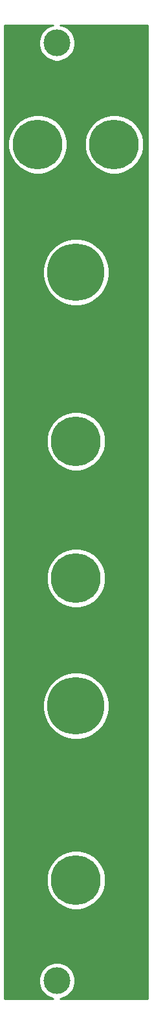
<source format=gbr>
%TF.GenerationSoftware,KiCad,Pcbnew,(5.1.6-0-10_14)*%
%TF.CreationDate,2020-12-13T12:36:11-06:00*%
%TF.ProjectId,auxboxPanel,61757862-6f78-4506-916e-656c2e6b6963,rev?*%
%TF.SameCoordinates,Original*%
%TF.FileFunction,Copper,L1,Top*%
%TF.FilePolarity,Positive*%
%FSLAX46Y46*%
G04 Gerber Fmt 4.6, Leading zero omitted, Abs format (unit mm)*
G04 Created by KiCad (PCBNEW (5.1.6-0-10_14)) date 2020-12-13 12:36:11*
%MOMM*%
%LPD*%
G01*
G04 APERTURE LIST*
%TA.AperFunction,ComponentPad*%
%ADD10C,6.500000*%
%TD*%
%TA.AperFunction,ComponentPad*%
%ADD11C,7.500000*%
%TD*%
%TA.AperFunction,ComponentPad*%
%ADD12C,3.500000*%
%TD*%
%TA.AperFunction,NonConductor*%
%ADD13C,0.254000*%
%TD*%
G04 APERTURE END LIST*
D10*
%TO.P,REF\u002A\u002A,*%
%TO.N,*%
X55000000Y-56990000D03*
%TD*%
%TO.P,REF\u002A\u002A,*%
%TO.N,*%
X65000000Y-56990000D03*
%TD*%
D11*
%TO.P,REF\u002A\u002A,*%
%TO.N,*%
X60000000Y-73683899D03*
%TD*%
D10*
%TO.P,REF\u002A\u002A,*%
%TO.N,*%
X60000000Y-95756799D03*
%TD*%
%TO.P,REF\u002A\u002A,*%
%TO.N,*%
X60000000Y-113650698D03*
%TD*%
D11*
%TO.P,REF\u002A\u002A,*%
%TO.N,*%
X60000000Y-130344597D03*
%TD*%
D10*
%TO.P,REF\u002A\u002A,*%
%TO.N,*%
X60000000Y-153088500D03*
%TD*%
D12*
%TO.P,REF\u002A\u002A,*%
%TO.N,*%
X57500000Y-43750000D03*
%TD*%
%TO.P,REF\u002A\u002A,*%
%TO.N,*%
X57500000Y-166250000D03*
%TD*%
D13*
G36*
X56804321Y-41456654D02*
G01*
X56370279Y-41636440D01*
X55979651Y-41897450D01*
X55647450Y-42229651D01*
X55386440Y-42620279D01*
X55206654Y-43054321D01*
X55115000Y-43515098D01*
X55115000Y-43984902D01*
X55206654Y-44445679D01*
X55386440Y-44879721D01*
X55647450Y-45270349D01*
X55979651Y-45602550D01*
X56370279Y-45863560D01*
X56804321Y-46043346D01*
X57265098Y-46135000D01*
X57734902Y-46135000D01*
X58195679Y-46043346D01*
X58629721Y-45863560D01*
X59020349Y-45602550D01*
X59352550Y-45270349D01*
X59613560Y-44879721D01*
X59793346Y-44445679D01*
X59885000Y-43984902D01*
X59885000Y-43515098D01*
X59793346Y-43054321D01*
X59613560Y-42620279D01*
X59352550Y-42229651D01*
X59020349Y-41897450D01*
X58629721Y-41636440D01*
X58195679Y-41456654D01*
X57961133Y-41410000D01*
X69340000Y-41410000D01*
X69340001Y-168590000D01*
X57961133Y-168590000D01*
X58195679Y-168543346D01*
X58629721Y-168363560D01*
X59020349Y-168102550D01*
X59352550Y-167770349D01*
X59613560Y-167379721D01*
X59793346Y-166945679D01*
X59885000Y-166484902D01*
X59885000Y-166015098D01*
X59793346Y-165554321D01*
X59613560Y-165120279D01*
X59352550Y-164729651D01*
X59020349Y-164397450D01*
X58629721Y-164136440D01*
X58195679Y-163956654D01*
X57734902Y-163865000D01*
X57265098Y-163865000D01*
X56804321Y-163956654D01*
X56370279Y-164136440D01*
X55979651Y-164397450D01*
X55647450Y-164729651D01*
X55386440Y-165120279D01*
X55206654Y-165554321D01*
X55115000Y-166015098D01*
X55115000Y-166484902D01*
X55206654Y-166945679D01*
X55386440Y-167379721D01*
X55647450Y-167770349D01*
X55979651Y-168102550D01*
X56370279Y-168363560D01*
X56804321Y-168543346D01*
X57038867Y-168590000D01*
X50660000Y-168590000D01*
X50660000Y-152705861D01*
X56115000Y-152705861D01*
X56115000Y-153471139D01*
X56264298Y-154221713D01*
X56557158Y-154928738D01*
X56982323Y-155565043D01*
X57523457Y-156106177D01*
X58159762Y-156531342D01*
X58866787Y-156824202D01*
X59617361Y-156973500D01*
X60382639Y-156973500D01*
X61133213Y-156824202D01*
X61840238Y-156531342D01*
X62476543Y-156106177D01*
X63017677Y-155565043D01*
X63442842Y-154928738D01*
X63735702Y-154221713D01*
X63885000Y-153471139D01*
X63885000Y-152705861D01*
X63735702Y-151955287D01*
X63442842Y-151248262D01*
X63017677Y-150611957D01*
X62476543Y-150070823D01*
X61840238Y-149645658D01*
X61133213Y-149352798D01*
X60382639Y-149203500D01*
X59617361Y-149203500D01*
X58866787Y-149352798D01*
X58159762Y-149645658D01*
X57523457Y-150070823D01*
X56982323Y-150611957D01*
X56557158Y-151248262D01*
X56264298Y-151955287D01*
X56115000Y-152705861D01*
X50660000Y-152705861D01*
X50660000Y-129912712D01*
X55615000Y-129912712D01*
X55615000Y-130776482D01*
X55783513Y-131623654D01*
X56114064Y-132421673D01*
X56593948Y-133139871D01*
X57204726Y-133750649D01*
X57922924Y-134230533D01*
X58720943Y-134561084D01*
X59568115Y-134729597D01*
X60431885Y-134729597D01*
X61279057Y-134561084D01*
X62077076Y-134230533D01*
X62795274Y-133750649D01*
X63406052Y-133139871D01*
X63885936Y-132421673D01*
X64216487Y-131623654D01*
X64385000Y-130776482D01*
X64385000Y-129912712D01*
X64216487Y-129065540D01*
X63885936Y-128267521D01*
X63406052Y-127549323D01*
X62795274Y-126938545D01*
X62077076Y-126458661D01*
X61279057Y-126128110D01*
X60431885Y-125959597D01*
X59568115Y-125959597D01*
X58720943Y-126128110D01*
X57922924Y-126458661D01*
X57204726Y-126938545D01*
X56593948Y-127549323D01*
X56114064Y-128267521D01*
X55783513Y-129065540D01*
X55615000Y-129912712D01*
X50660000Y-129912712D01*
X50660000Y-113268059D01*
X56115000Y-113268059D01*
X56115000Y-114033337D01*
X56264298Y-114783911D01*
X56557158Y-115490936D01*
X56982323Y-116127241D01*
X57523457Y-116668375D01*
X58159762Y-117093540D01*
X58866787Y-117386400D01*
X59617361Y-117535698D01*
X60382639Y-117535698D01*
X61133213Y-117386400D01*
X61840238Y-117093540D01*
X62476543Y-116668375D01*
X63017677Y-116127241D01*
X63442842Y-115490936D01*
X63735702Y-114783911D01*
X63885000Y-114033337D01*
X63885000Y-113268059D01*
X63735702Y-112517485D01*
X63442842Y-111810460D01*
X63017677Y-111174155D01*
X62476543Y-110633021D01*
X61840238Y-110207856D01*
X61133213Y-109914996D01*
X60382639Y-109765698D01*
X59617361Y-109765698D01*
X58866787Y-109914996D01*
X58159762Y-110207856D01*
X57523457Y-110633021D01*
X56982323Y-111174155D01*
X56557158Y-111810460D01*
X56264298Y-112517485D01*
X56115000Y-113268059D01*
X50660000Y-113268059D01*
X50660000Y-95374160D01*
X56115000Y-95374160D01*
X56115000Y-96139438D01*
X56264298Y-96890012D01*
X56557158Y-97597037D01*
X56982323Y-98233342D01*
X57523457Y-98774476D01*
X58159762Y-99199641D01*
X58866787Y-99492501D01*
X59617361Y-99641799D01*
X60382639Y-99641799D01*
X61133213Y-99492501D01*
X61840238Y-99199641D01*
X62476543Y-98774476D01*
X63017677Y-98233342D01*
X63442842Y-97597037D01*
X63735702Y-96890012D01*
X63885000Y-96139438D01*
X63885000Y-95374160D01*
X63735702Y-94623586D01*
X63442842Y-93916561D01*
X63017677Y-93280256D01*
X62476543Y-92739122D01*
X61840238Y-92313957D01*
X61133213Y-92021097D01*
X60382639Y-91871799D01*
X59617361Y-91871799D01*
X58866787Y-92021097D01*
X58159762Y-92313957D01*
X57523457Y-92739122D01*
X56982323Y-93280256D01*
X56557158Y-93916561D01*
X56264298Y-94623586D01*
X56115000Y-95374160D01*
X50660000Y-95374160D01*
X50660000Y-73252014D01*
X55615000Y-73252014D01*
X55615000Y-74115784D01*
X55783513Y-74962956D01*
X56114064Y-75760975D01*
X56593948Y-76479173D01*
X57204726Y-77089951D01*
X57922924Y-77569835D01*
X58720943Y-77900386D01*
X59568115Y-78068899D01*
X60431885Y-78068899D01*
X61279057Y-77900386D01*
X62077076Y-77569835D01*
X62795274Y-77089951D01*
X63406052Y-76479173D01*
X63885936Y-75760975D01*
X64216487Y-74962956D01*
X64385000Y-74115784D01*
X64385000Y-73252014D01*
X64216487Y-72404842D01*
X63885936Y-71606823D01*
X63406052Y-70888625D01*
X62795274Y-70277847D01*
X62077076Y-69797963D01*
X61279057Y-69467412D01*
X60431885Y-69298899D01*
X59568115Y-69298899D01*
X58720943Y-69467412D01*
X57922924Y-69797963D01*
X57204726Y-70277847D01*
X56593948Y-70888625D01*
X56114064Y-71606823D01*
X55783513Y-72404842D01*
X55615000Y-73252014D01*
X50660000Y-73252014D01*
X50660000Y-56607361D01*
X51115000Y-56607361D01*
X51115000Y-57372639D01*
X51264298Y-58123213D01*
X51557158Y-58830238D01*
X51982323Y-59466543D01*
X52523457Y-60007677D01*
X53159762Y-60432842D01*
X53866787Y-60725702D01*
X54617361Y-60875000D01*
X55382639Y-60875000D01*
X56133213Y-60725702D01*
X56840238Y-60432842D01*
X57476543Y-60007677D01*
X58017677Y-59466543D01*
X58442842Y-58830238D01*
X58735702Y-58123213D01*
X58885000Y-57372639D01*
X58885000Y-56607361D01*
X61115000Y-56607361D01*
X61115000Y-57372639D01*
X61264298Y-58123213D01*
X61557158Y-58830238D01*
X61982323Y-59466543D01*
X62523457Y-60007677D01*
X63159762Y-60432842D01*
X63866787Y-60725702D01*
X64617361Y-60875000D01*
X65382639Y-60875000D01*
X66133213Y-60725702D01*
X66840238Y-60432842D01*
X67476543Y-60007677D01*
X68017677Y-59466543D01*
X68442842Y-58830238D01*
X68735702Y-58123213D01*
X68885000Y-57372639D01*
X68885000Y-56607361D01*
X68735702Y-55856787D01*
X68442842Y-55149762D01*
X68017677Y-54513457D01*
X67476543Y-53972323D01*
X66840238Y-53547158D01*
X66133213Y-53254298D01*
X65382639Y-53105000D01*
X64617361Y-53105000D01*
X63866787Y-53254298D01*
X63159762Y-53547158D01*
X62523457Y-53972323D01*
X61982323Y-54513457D01*
X61557158Y-55149762D01*
X61264298Y-55856787D01*
X61115000Y-56607361D01*
X58885000Y-56607361D01*
X58735702Y-55856787D01*
X58442842Y-55149762D01*
X58017677Y-54513457D01*
X57476543Y-53972323D01*
X56840238Y-53547158D01*
X56133213Y-53254298D01*
X55382639Y-53105000D01*
X54617361Y-53105000D01*
X53866787Y-53254298D01*
X53159762Y-53547158D01*
X52523457Y-53972323D01*
X51982323Y-54513457D01*
X51557158Y-55149762D01*
X51264298Y-55856787D01*
X51115000Y-56607361D01*
X50660000Y-56607361D01*
X50660000Y-41410000D01*
X57038867Y-41410000D01*
X56804321Y-41456654D01*
G37*
X56804321Y-41456654D02*
X56370279Y-41636440D01*
X55979651Y-41897450D01*
X55647450Y-42229651D01*
X55386440Y-42620279D01*
X55206654Y-43054321D01*
X55115000Y-43515098D01*
X55115000Y-43984902D01*
X55206654Y-44445679D01*
X55386440Y-44879721D01*
X55647450Y-45270349D01*
X55979651Y-45602550D01*
X56370279Y-45863560D01*
X56804321Y-46043346D01*
X57265098Y-46135000D01*
X57734902Y-46135000D01*
X58195679Y-46043346D01*
X58629721Y-45863560D01*
X59020349Y-45602550D01*
X59352550Y-45270349D01*
X59613560Y-44879721D01*
X59793346Y-44445679D01*
X59885000Y-43984902D01*
X59885000Y-43515098D01*
X59793346Y-43054321D01*
X59613560Y-42620279D01*
X59352550Y-42229651D01*
X59020349Y-41897450D01*
X58629721Y-41636440D01*
X58195679Y-41456654D01*
X57961133Y-41410000D01*
X69340000Y-41410000D01*
X69340001Y-168590000D01*
X57961133Y-168590000D01*
X58195679Y-168543346D01*
X58629721Y-168363560D01*
X59020349Y-168102550D01*
X59352550Y-167770349D01*
X59613560Y-167379721D01*
X59793346Y-166945679D01*
X59885000Y-166484902D01*
X59885000Y-166015098D01*
X59793346Y-165554321D01*
X59613560Y-165120279D01*
X59352550Y-164729651D01*
X59020349Y-164397450D01*
X58629721Y-164136440D01*
X58195679Y-163956654D01*
X57734902Y-163865000D01*
X57265098Y-163865000D01*
X56804321Y-163956654D01*
X56370279Y-164136440D01*
X55979651Y-164397450D01*
X55647450Y-164729651D01*
X55386440Y-165120279D01*
X55206654Y-165554321D01*
X55115000Y-166015098D01*
X55115000Y-166484902D01*
X55206654Y-166945679D01*
X55386440Y-167379721D01*
X55647450Y-167770349D01*
X55979651Y-168102550D01*
X56370279Y-168363560D01*
X56804321Y-168543346D01*
X57038867Y-168590000D01*
X50660000Y-168590000D01*
X50660000Y-152705861D01*
X56115000Y-152705861D01*
X56115000Y-153471139D01*
X56264298Y-154221713D01*
X56557158Y-154928738D01*
X56982323Y-155565043D01*
X57523457Y-156106177D01*
X58159762Y-156531342D01*
X58866787Y-156824202D01*
X59617361Y-156973500D01*
X60382639Y-156973500D01*
X61133213Y-156824202D01*
X61840238Y-156531342D01*
X62476543Y-156106177D01*
X63017677Y-155565043D01*
X63442842Y-154928738D01*
X63735702Y-154221713D01*
X63885000Y-153471139D01*
X63885000Y-152705861D01*
X63735702Y-151955287D01*
X63442842Y-151248262D01*
X63017677Y-150611957D01*
X62476543Y-150070823D01*
X61840238Y-149645658D01*
X61133213Y-149352798D01*
X60382639Y-149203500D01*
X59617361Y-149203500D01*
X58866787Y-149352798D01*
X58159762Y-149645658D01*
X57523457Y-150070823D01*
X56982323Y-150611957D01*
X56557158Y-151248262D01*
X56264298Y-151955287D01*
X56115000Y-152705861D01*
X50660000Y-152705861D01*
X50660000Y-129912712D01*
X55615000Y-129912712D01*
X55615000Y-130776482D01*
X55783513Y-131623654D01*
X56114064Y-132421673D01*
X56593948Y-133139871D01*
X57204726Y-133750649D01*
X57922924Y-134230533D01*
X58720943Y-134561084D01*
X59568115Y-134729597D01*
X60431885Y-134729597D01*
X61279057Y-134561084D01*
X62077076Y-134230533D01*
X62795274Y-133750649D01*
X63406052Y-133139871D01*
X63885936Y-132421673D01*
X64216487Y-131623654D01*
X64385000Y-130776482D01*
X64385000Y-129912712D01*
X64216487Y-129065540D01*
X63885936Y-128267521D01*
X63406052Y-127549323D01*
X62795274Y-126938545D01*
X62077076Y-126458661D01*
X61279057Y-126128110D01*
X60431885Y-125959597D01*
X59568115Y-125959597D01*
X58720943Y-126128110D01*
X57922924Y-126458661D01*
X57204726Y-126938545D01*
X56593948Y-127549323D01*
X56114064Y-128267521D01*
X55783513Y-129065540D01*
X55615000Y-129912712D01*
X50660000Y-129912712D01*
X50660000Y-113268059D01*
X56115000Y-113268059D01*
X56115000Y-114033337D01*
X56264298Y-114783911D01*
X56557158Y-115490936D01*
X56982323Y-116127241D01*
X57523457Y-116668375D01*
X58159762Y-117093540D01*
X58866787Y-117386400D01*
X59617361Y-117535698D01*
X60382639Y-117535698D01*
X61133213Y-117386400D01*
X61840238Y-117093540D01*
X62476543Y-116668375D01*
X63017677Y-116127241D01*
X63442842Y-115490936D01*
X63735702Y-114783911D01*
X63885000Y-114033337D01*
X63885000Y-113268059D01*
X63735702Y-112517485D01*
X63442842Y-111810460D01*
X63017677Y-111174155D01*
X62476543Y-110633021D01*
X61840238Y-110207856D01*
X61133213Y-109914996D01*
X60382639Y-109765698D01*
X59617361Y-109765698D01*
X58866787Y-109914996D01*
X58159762Y-110207856D01*
X57523457Y-110633021D01*
X56982323Y-111174155D01*
X56557158Y-111810460D01*
X56264298Y-112517485D01*
X56115000Y-113268059D01*
X50660000Y-113268059D01*
X50660000Y-95374160D01*
X56115000Y-95374160D01*
X56115000Y-96139438D01*
X56264298Y-96890012D01*
X56557158Y-97597037D01*
X56982323Y-98233342D01*
X57523457Y-98774476D01*
X58159762Y-99199641D01*
X58866787Y-99492501D01*
X59617361Y-99641799D01*
X60382639Y-99641799D01*
X61133213Y-99492501D01*
X61840238Y-99199641D01*
X62476543Y-98774476D01*
X63017677Y-98233342D01*
X63442842Y-97597037D01*
X63735702Y-96890012D01*
X63885000Y-96139438D01*
X63885000Y-95374160D01*
X63735702Y-94623586D01*
X63442842Y-93916561D01*
X63017677Y-93280256D01*
X62476543Y-92739122D01*
X61840238Y-92313957D01*
X61133213Y-92021097D01*
X60382639Y-91871799D01*
X59617361Y-91871799D01*
X58866787Y-92021097D01*
X58159762Y-92313957D01*
X57523457Y-92739122D01*
X56982323Y-93280256D01*
X56557158Y-93916561D01*
X56264298Y-94623586D01*
X56115000Y-95374160D01*
X50660000Y-95374160D01*
X50660000Y-73252014D01*
X55615000Y-73252014D01*
X55615000Y-74115784D01*
X55783513Y-74962956D01*
X56114064Y-75760975D01*
X56593948Y-76479173D01*
X57204726Y-77089951D01*
X57922924Y-77569835D01*
X58720943Y-77900386D01*
X59568115Y-78068899D01*
X60431885Y-78068899D01*
X61279057Y-77900386D01*
X62077076Y-77569835D01*
X62795274Y-77089951D01*
X63406052Y-76479173D01*
X63885936Y-75760975D01*
X64216487Y-74962956D01*
X64385000Y-74115784D01*
X64385000Y-73252014D01*
X64216487Y-72404842D01*
X63885936Y-71606823D01*
X63406052Y-70888625D01*
X62795274Y-70277847D01*
X62077076Y-69797963D01*
X61279057Y-69467412D01*
X60431885Y-69298899D01*
X59568115Y-69298899D01*
X58720943Y-69467412D01*
X57922924Y-69797963D01*
X57204726Y-70277847D01*
X56593948Y-70888625D01*
X56114064Y-71606823D01*
X55783513Y-72404842D01*
X55615000Y-73252014D01*
X50660000Y-73252014D01*
X50660000Y-56607361D01*
X51115000Y-56607361D01*
X51115000Y-57372639D01*
X51264298Y-58123213D01*
X51557158Y-58830238D01*
X51982323Y-59466543D01*
X52523457Y-60007677D01*
X53159762Y-60432842D01*
X53866787Y-60725702D01*
X54617361Y-60875000D01*
X55382639Y-60875000D01*
X56133213Y-60725702D01*
X56840238Y-60432842D01*
X57476543Y-60007677D01*
X58017677Y-59466543D01*
X58442842Y-58830238D01*
X58735702Y-58123213D01*
X58885000Y-57372639D01*
X58885000Y-56607361D01*
X61115000Y-56607361D01*
X61115000Y-57372639D01*
X61264298Y-58123213D01*
X61557158Y-58830238D01*
X61982323Y-59466543D01*
X62523457Y-60007677D01*
X63159762Y-60432842D01*
X63866787Y-60725702D01*
X64617361Y-60875000D01*
X65382639Y-60875000D01*
X66133213Y-60725702D01*
X66840238Y-60432842D01*
X67476543Y-60007677D01*
X68017677Y-59466543D01*
X68442842Y-58830238D01*
X68735702Y-58123213D01*
X68885000Y-57372639D01*
X68885000Y-56607361D01*
X68735702Y-55856787D01*
X68442842Y-55149762D01*
X68017677Y-54513457D01*
X67476543Y-53972323D01*
X66840238Y-53547158D01*
X66133213Y-53254298D01*
X65382639Y-53105000D01*
X64617361Y-53105000D01*
X63866787Y-53254298D01*
X63159762Y-53547158D01*
X62523457Y-53972323D01*
X61982323Y-54513457D01*
X61557158Y-55149762D01*
X61264298Y-55856787D01*
X61115000Y-56607361D01*
X58885000Y-56607361D01*
X58735702Y-55856787D01*
X58442842Y-55149762D01*
X58017677Y-54513457D01*
X57476543Y-53972323D01*
X56840238Y-53547158D01*
X56133213Y-53254298D01*
X55382639Y-53105000D01*
X54617361Y-53105000D01*
X53866787Y-53254298D01*
X53159762Y-53547158D01*
X52523457Y-53972323D01*
X51982323Y-54513457D01*
X51557158Y-55149762D01*
X51264298Y-55856787D01*
X51115000Y-56607361D01*
X50660000Y-56607361D01*
X50660000Y-41410000D01*
X57038867Y-41410000D01*
X56804321Y-41456654D01*
M02*

</source>
